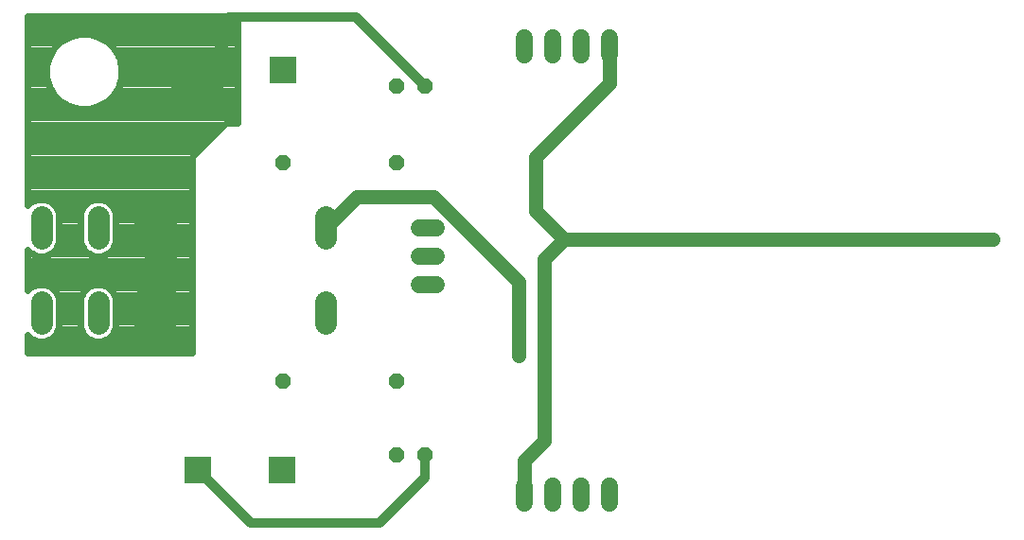
<source format=gbl>
G75*
%MOIN*%
%OFA0B0*%
%FSLAX25Y25*%
%IPPOS*%
%LPD*%
%AMOC8*
5,1,8,0,0,1.08239X$1,22.5*
%
%ADD10C,0.07800*%
%ADD11R,0.09750X0.09750*%
%ADD12OC8,0.05200*%
%ADD13C,0.06000*%
%ADD14C,0.04159*%
%ADD15C,0.05000*%
%ADD16C,0.03200*%
%ADD17C,0.10000*%
%ADD18C,0.02400*%
D10*
X0013200Y0084400D02*
X0013200Y0092200D01*
X0033200Y0092200D02*
X0033200Y0084400D01*
X0053200Y0084400D02*
X0053200Y0092200D01*
X0053200Y0114400D02*
X0053200Y0122200D01*
X0033200Y0122200D02*
X0033200Y0114400D01*
X0013200Y0114400D02*
X0013200Y0122200D01*
X0113200Y0122200D02*
X0113200Y0114400D01*
X0113200Y0092200D02*
X0113200Y0084400D01*
D11*
X0068200Y0032900D03*
X0098100Y0032900D03*
X0098200Y0173700D03*
X0068300Y0173700D03*
D12*
X0098200Y0141300D03*
X0138200Y0141300D03*
X0138200Y0168300D03*
X0148200Y0168300D03*
X0138200Y0064300D03*
X0098200Y0064300D03*
X0138200Y0038300D03*
X0148200Y0038300D03*
D13*
X0183200Y0027300D02*
X0183200Y0021300D01*
X0193200Y0021300D02*
X0193200Y0027300D01*
X0203200Y0027300D02*
X0203200Y0021300D01*
X0213200Y0021300D02*
X0213200Y0027300D01*
X0152200Y0098300D02*
X0146200Y0098300D01*
X0146200Y0108300D02*
X0152200Y0108300D01*
X0152200Y0118300D02*
X0146200Y0118300D01*
X0183200Y0179300D02*
X0183200Y0185300D01*
X0193200Y0185300D02*
X0193200Y0179300D01*
X0203200Y0179300D02*
X0203200Y0185300D01*
X0213200Y0185300D02*
X0213200Y0179300D01*
D14*
X0348200Y0114300D03*
X0181200Y0073300D03*
D15*
X0181200Y0099300D01*
X0151200Y0129300D01*
X0124200Y0129300D01*
X0113200Y0118300D01*
X0058200Y0123300D02*
X0058200Y0097300D01*
X0055200Y0094300D01*
X0053200Y0096300D01*
X0052200Y0096300D01*
X0050200Y0094300D01*
X0050200Y0079300D01*
X0056200Y0079300D01*
X0056200Y0092300D01*
X0057200Y0093300D01*
X0057200Y0092300D01*
X0053200Y0088300D01*
X0057200Y0093300D02*
X0057200Y0101300D01*
X0058200Y0110300D02*
X0050200Y0110300D01*
X0050200Y0125300D01*
X0052200Y0127300D01*
X0058200Y0127300D01*
X0058200Y0123300D01*
X0056200Y0125300D01*
X0056200Y0112300D01*
X0058200Y0110300D01*
X0053200Y0118300D02*
X0058200Y0123300D01*
X0056200Y0125300D02*
X0055200Y0126300D01*
X0187200Y0124300D02*
X0197200Y0114300D01*
X0348200Y0114300D01*
X0213200Y0169300D02*
X0187200Y0143300D01*
X0187200Y0124300D01*
X0197200Y0114300D02*
X0190200Y0107300D01*
X0190200Y0043300D01*
X0183200Y0036300D01*
X0183200Y0024300D01*
X0213200Y0169300D02*
X0213200Y0182300D01*
D16*
X0148200Y0168300D02*
X0124099Y0192401D01*
X0079200Y0192401D01*
X0079200Y0184600D01*
X0068300Y0173700D01*
X0148200Y0038300D02*
X0148200Y0030300D01*
X0132200Y0014300D01*
X0086800Y0014300D01*
X0068200Y0032900D01*
D17*
X0065200Y0168300D02*
X0063200Y0170300D01*
X0066600Y0173700D01*
X0068300Y0173700D01*
X0066800Y0173700D01*
X0064200Y0176300D01*
X0074200Y0176300D01*
X0072200Y0174300D01*
X0072200Y0168300D01*
X0065200Y0168300D01*
D18*
X0063135Y0166625D02*
X0062576Y0166775D01*
X0062074Y0167065D01*
X0061665Y0167474D01*
X0061375Y0167976D01*
X0061225Y0168535D01*
X0061225Y0173275D01*
X0067875Y0173275D01*
X0067875Y0174125D01*
X0067875Y0180775D01*
X0063135Y0180775D01*
X0062576Y0180625D01*
X0062074Y0180335D01*
X0061665Y0179926D01*
X0061375Y0179424D01*
X0061225Y0178865D01*
X0061225Y0174125D01*
X0067875Y0174125D01*
X0068725Y0174125D01*
X0068725Y0180775D01*
X0073465Y0180775D01*
X0074024Y0180625D01*
X0074526Y0180335D01*
X0074935Y0179926D01*
X0075225Y0179424D01*
X0075375Y0178865D01*
X0075375Y0174125D01*
X0068725Y0174125D01*
X0068725Y0173275D01*
X0075375Y0173275D01*
X0075375Y0168535D01*
X0075225Y0167976D01*
X0074935Y0167474D01*
X0074526Y0167065D01*
X0074024Y0166775D01*
X0073465Y0166625D01*
X0068725Y0166625D01*
X0068725Y0173275D01*
X0067875Y0173275D01*
X0067875Y0166625D01*
X0063135Y0166625D01*
X0061225Y0169000D02*
X0040714Y0169000D01*
X0040500Y0168205D02*
X0041400Y0171562D01*
X0041400Y0175038D01*
X0040500Y0178395D01*
X0038763Y0181405D01*
X0036305Y0183863D01*
X0033295Y0185600D01*
X0029938Y0186500D01*
X0026462Y0186500D01*
X0023105Y0185600D01*
X0020095Y0183863D01*
X0017637Y0181405D01*
X0015900Y0178395D01*
X0015000Y0175038D01*
X0015000Y0171562D01*
X0015900Y0168205D01*
X0017637Y0165195D01*
X0020095Y0162737D01*
X0023105Y0161000D01*
X0026462Y0160100D01*
X0029938Y0160100D01*
X0033295Y0161000D01*
X0036305Y0162737D01*
X0038763Y0165195D01*
X0040500Y0168205D01*
X0039575Y0166602D02*
X0082200Y0166602D01*
X0082200Y0169000D02*
X0075375Y0169000D01*
X0075375Y0171399D02*
X0082200Y0171399D01*
X0082200Y0173797D02*
X0068725Y0173797D01*
X0067875Y0173797D02*
X0041400Y0173797D01*
X0041090Y0176196D02*
X0061225Y0176196D01*
X0061225Y0178594D02*
X0040385Y0178594D01*
X0039001Y0180993D02*
X0082200Y0180993D01*
X0082200Y0183391D02*
X0036776Y0183391D01*
X0032588Y0185790D02*
X0082200Y0185790D01*
X0082200Y0188188D02*
X0008400Y0188188D01*
X0008400Y0190587D02*
X0082200Y0190587D01*
X0082200Y0192801D02*
X0082200Y0155300D01*
X0078200Y0155300D01*
X0066200Y0143300D01*
X0066200Y0074300D01*
X0008400Y0074300D01*
X0008400Y0080573D01*
X0009745Y0079229D01*
X0011987Y0078300D01*
X0014413Y0078300D01*
X0016655Y0079229D01*
X0018371Y0080945D01*
X0019300Y0083187D01*
X0019300Y0093413D01*
X0018371Y0095655D01*
X0016655Y0097371D01*
X0014413Y0098300D01*
X0011987Y0098300D01*
X0009745Y0097371D01*
X0008400Y0096027D01*
X0008400Y0110573D01*
X0009745Y0109229D01*
X0011987Y0108300D01*
X0014413Y0108300D01*
X0016655Y0109229D01*
X0018371Y0110945D01*
X0019300Y0113187D01*
X0019300Y0123413D01*
X0018371Y0125655D01*
X0016655Y0127371D01*
X0014413Y0128300D01*
X0011987Y0128300D01*
X0009745Y0127371D01*
X0008400Y0126027D01*
X0008400Y0192801D01*
X0082200Y0192801D01*
X0082200Y0178594D02*
X0075375Y0178594D01*
X0075375Y0176196D02*
X0082200Y0176196D01*
X0068725Y0176196D02*
X0067875Y0176196D01*
X0067875Y0178594D02*
X0068725Y0178594D01*
X0068725Y0171399D02*
X0067875Y0171399D01*
X0067875Y0169000D02*
X0068725Y0169000D01*
X0061225Y0171399D02*
X0041356Y0171399D01*
X0037771Y0164203D02*
X0082200Y0164203D01*
X0082200Y0161805D02*
X0034690Y0161805D01*
X0021710Y0161805D02*
X0008400Y0161805D01*
X0008400Y0164203D02*
X0018629Y0164203D01*
X0016825Y0166602D02*
X0008400Y0166602D01*
X0008400Y0169000D02*
X0015686Y0169000D01*
X0015044Y0171399D02*
X0008400Y0171399D01*
X0008400Y0173797D02*
X0015000Y0173797D01*
X0015310Y0176196D02*
X0008400Y0176196D01*
X0008400Y0178594D02*
X0016015Y0178594D01*
X0017399Y0180993D02*
X0008400Y0180993D01*
X0008400Y0183391D02*
X0019624Y0183391D01*
X0023812Y0185790D02*
X0008400Y0185790D01*
X0008400Y0159406D02*
X0082200Y0159406D01*
X0082200Y0157008D02*
X0008400Y0157008D01*
X0008400Y0154609D02*
X0077509Y0154609D01*
X0075111Y0152211D02*
X0008400Y0152211D01*
X0008400Y0149812D02*
X0072712Y0149812D01*
X0070314Y0147414D02*
X0008400Y0147414D01*
X0008400Y0145015D02*
X0067915Y0145015D01*
X0066200Y0142617D02*
X0008400Y0142617D01*
X0008400Y0140218D02*
X0066200Y0140218D01*
X0066200Y0137820D02*
X0008400Y0137820D01*
X0008400Y0135421D02*
X0066200Y0135421D01*
X0066200Y0133023D02*
X0008400Y0133023D01*
X0008400Y0130624D02*
X0066200Y0130624D01*
X0066200Y0128226D02*
X0054150Y0128226D01*
X0053680Y0128300D02*
X0053300Y0128300D01*
X0053300Y0118400D01*
X0053100Y0118400D01*
X0053100Y0128300D01*
X0052720Y0128300D01*
X0051772Y0128150D01*
X0050858Y0127853D01*
X0050003Y0127417D01*
X0049226Y0126853D01*
X0048547Y0126174D01*
X0047983Y0125397D01*
X0047547Y0124542D01*
X0047250Y0123628D01*
X0047100Y0122680D01*
X0047100Y0118400D01*
X0053100Y0118400D01*
X0053100Y0118200D01*
X0047100Y0118200D01*
X0047100Y0113920D01*
X0047250Y0112972D01*
X0047547Y0112058D01*
X0047983Y0111203D01*
X0048547Y0110426D01*
X0049226Y0109747D01*
X0050003Y0109183D01*
X0050858Y0108747D01*
X0051772Y0108450D01*
X0052720Y0108300D01*
X0053100Y0108300D01*
X0053100Y0118200D01*
X0053300Y0118200D01*
X0053300Y0118400D01*
X0059300Y0118400D01*
X0059300Y0122680D01*
X0059150Y0123628D01*
X0058853Y0124542D01*
X0058417Y0125397D01*
X0057853Y0126174D01*
X0057174Y0126853D01*
X0056397Y0127417D01*
X0055542Y0127853D01*
X0054628Y0128150D01*
X0053680Y0128300D01*
X0053300Y0128226D02*
X0053100Y0128226D01*
X0052250Y0128226D02*
X0034593Y0128226D01*
X0034413Y0128300D02*
X0031987Y0128300D01*
X0029745Y0127371D01*
X0028029Y0125655D01*
X0027100Y0123413D01*
X0027100Y0113187D01*
X0028029Y0110945D01*
X0029745Y0109229D01*
X0031987Y0108300D01*
X0034413Y0108300D01*
X0036655Y0109229D01*
X0038371Y0110945D01*
X0039300Y0113187D01*
X0039300Y0123413D01*
X0038371Y0125655D01*
X0036655Y0127371D01*
X0034413Y0128300D01*
X0031807Y0128226D02*
X0014593Y0128226D01*
X0011807Y0128226D02*
X0008400Y0128226D01*
X0018200Y0125827D02*
X0028200Y0125827D01*
X0027106Y0123429D02*
X0019294Y0123429D01*
X0019300Y0121030D02*
X0027100Y0121030D01*
X0027100Y0118632D02*
X0019300Y0118632D01*
X0019300Y0116233D02*
X0027100Y0116233D01*
X0027100Y0113834D02*
X0019300Y0113834D01*
X0018575Y0111436D02*
X0027825Y0111436D01*
X0030206Y0109037D02*
X0016194Y0109037D01*
X0010206Y0109037D02*
X0008400Y0109037D01*
X0008400Y0106639D02*
X0066200Y0106639D01*
X0066200Y0109037D02*
X0056112Y0109037D01*
X0056397Y0109183D02*
X0057174Y0109747D01*
X0057853Y0110426D01*
X0058417Y0111203D01*
X0058853Y0112058D01*
X0059150Y0112972D01*
X0059300Y0113920D01*
X0059300Y0118200D01*
X0053300Y0118200D01*
X0053300Y0108300D01*
X0053680Y0108300D01*
X0054628Y0108450D01*
X0055542Y0108747D01*
X0056397Y0109183D01*
X0053300Y0109037D02*
X0053100Y0109037D01*
X0053100Y0111436D02*
X0053300Y0111436D01*
X0050288Y0109037D02*
X0036194Y0109037D01*
X0038575Y0111436D02*
X0047864Y0111436D01*
X0047114Y0113834D02*
X0039300Y0113834D01*
X0039300Y0116233D02*
X0047100Y0116233D01*
X0047100Y0118632D02*
X0039300Y0118632D01*
X0039300Y0121030D02*
X0047100Y0121030D01*
X0047219Y0123429D02*
X0039294Y0123429D01*
X0038200Y0125827D02*
X0048295Y0125827D01*
X0053100Y0125827D02*
X0053300Y0125827D01*
X0053300Y0123429D02*
X0053100Y0123429D01*
X0053100Y0121030D02*
X0053300Y0121030D01*
X0053300Y0118632D02*
X0053100Y0118632D01*
X0053100Y0116233D02*
X0053300Y0116233D01*
X0053300Y0113834D02*
X0053100Y0113834D01*
X0058536Y0111436D02*
X0066200Y0111436D01*
X0066200Y0113834D02*
X0059286Y0113834D01*
X0059300Y0116233D02*
X0066200Y0116233D01*
X0066200Y0118632D02*
X0059300Y0118632D01*
X0059300Y0121030D02*
X0066200Y0121030D01*
X0066200Y0123429D02*
X0059181Y0123429D01*
X0058105Y0125827D02*
X0066200Y0125827D01*
X0066200Y0104240D02*
X0008400Y0104240D01*
X0008400Y0101842D02*
X0066200Y0101842D01*
X0066200Y0099443D02*
X0008400Y0099443D01*
X0008400Y0097045D02*
X0009418Y0097045D01*
X0016982Y0097045D02*
X0029418Y0097045D01*
X0029745Y0097371D02*
X0028029Y0095655D01*
X0027100Y0093413D01*
X0027100Y0083187D01*
X0028029Y0080945D01*
X0029745Y0079229D01*
X0031987Y0078300D01*
X0034413Y0078300D01*
X0036655Y0079229D01*
X0038371Y0080945D01*
X0039300Y0083187D01*
X0039300Y0093413D01*
X0038371Y0095655D01*
X0036655Y0097371D01*
X0034413Y0098300D01*
X0031987Y0098300D01*
X0029745Y0097371D01*
X0027611Y0094646D02*
X0018789Y0094646D01*
X0019300Y0092248D02*
X0027100Y0092248D01*
X0027100Y0089849D02*
X0019300Y0089849D01*
X0019300Y0087451D02*
X0027100Y0087451D01*
X0027100Y0085052D02*
X0019300Y0085052D01*
X0019079Y0082654D02*
X0027321Y0082654D01*
X0028718Y0080255D02*
X0017682Y0080255D01*
X0008718Y0080255D02*
X0008400Y0080255D01*
X0008400Y0077857D02*
X0066200Y0077857D01*
X0066200Y0080255D02*
X0057682Y0080255D01*
X0057853Y0080426D02*
X0058417Y0081203D01*
X0058853Y0082058D01*
X0059150Y0082972D01*
X0059300Y0083920D01*
X0059300Y0088200D01*
X0053300Y0088200D01*
X0053300Y0088400D01*
X0053100Y0088400D01*
X0053100Y0098300D01*
X0052720Y0098300D01*
X0051772Y0098150D01*
X0050858Y0097853D01*
X0050003Y0097417D01*
X0049226Y0096853D01*
X0048547Y0096174D01*
X0047983Y0095397D01*
X0047547Y0094542D01*
X0047250Y0093628D01*
X0047100Y0092680D01*
X0047100Y0088400D01*
X0053100Y0088400D01*
X0053100Y0088200D01*
X0047100Y0088200D01*
X0047100Y0083920D01*
X0047250Y0082972D01*
X0047547Y0082058D01*
X0047983Y0081203D01*
X0048547Y0080426D01*
X0049226Y0079747D01*
X0050003Y0079183D01*
X0050858Y0078747D01*
X0051772Y0078450D01*
X0052720Y0078300D01*
X0053100Y0078300D01*
X0053100Y0088200D01*
X0053300Y0088200D01*
X0053300Y0078300D01*
X0053680Y0078300D01*
X0054628Y0078450D01*
X0055542Y0078747D01*
X0056397Y0079183D01*
X0057174Y0079747D01*
X0057853Y0080426D01*
X0053300Y0080255D02*
X0053100Y0080255D01*
X0048718Y0080255D02*
X0037682Y0080255D01*
X0039079Y0082654D02*
X0047353Y0082654D01*
X0047100Y0085052D02*
X0039300Y0085052D01*
X0039300Y0087451D02*
X0047100Y0087451D01*
X0047100Y0089849D02*
X0039300Y0089849D01*
X0039300Y0092248D02*
X0047100Y0092248D01*
X0047600Y0094646D02*
X0038789Y0094646D01*
X0036982Y0097045D02*
X0049491Y0097045D01*
X0053100Y0097045D02*
X0053300Y0097045D01*
X0053300Y0098300D02*
X0053300Y0088400D01*
X0059300Y0088400D01*
X0059300Y0092680D01*
X0059150Y0093628D01*
X0058853Y0094542D01*
X0058417Y0095397D01*
X0057853Y0096174D01*
X0057174Y0096853D01*
X0056397Y0097417D01*
X0055542Y0097853D01*
X0054628Y0098150D01*
X0053680Y0098300D01*
X0053300Y0098300D01*
X0056909Y0097045D02*
X0066200Y0097045D01*
X0066200Y0094646D02*
X0058800Y0094646D01*
X0059300Y0092248D02*
X0066200Y0092248D01*
X0066200Y0089849D02*
X0059300Y0089849D01*
X0059300Y0087451D02*
X0066200Y0087451D01*
X0066200Y0085052D02*
X0059300Y0085052D01*
X0059047Y0082654D02*
X0066200Y0082654D01*
X0053300Y0082654D02*
X0053100Y0082654D01*
X0053100Y0085052D02*
X0053300Y0085052D01*
X0053300Y0087451D02*
X0053100Y0087451D01*
X0053100Y0089849D02*
X0053300Y0089849D01*
X0053300Y0092248D02*
X0053100Y0092248D01*
X0053100Y0094646D02*
X0053300Y0094646D01*
X0066200Y0075458D02*
X0008400Y0075458D01*
M02*

</source>
